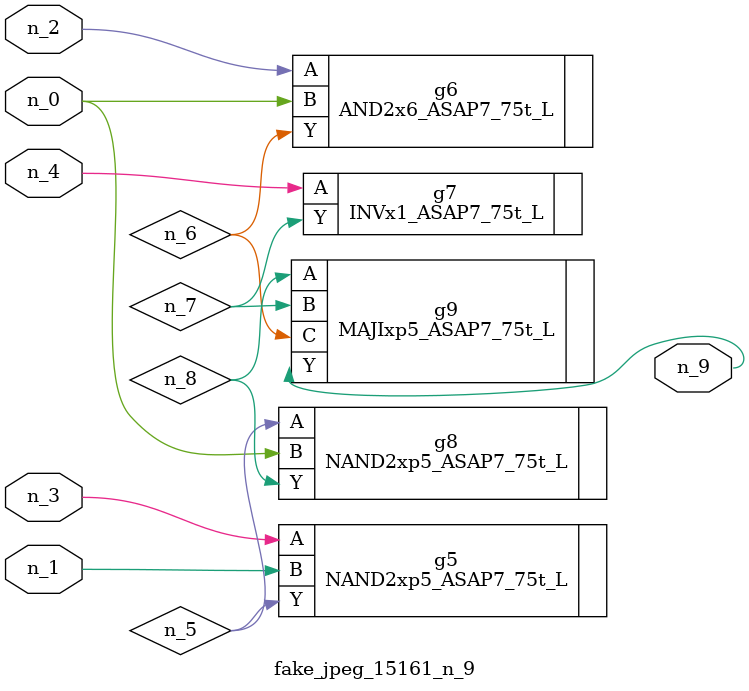
<source format=v>
module fake_jpeg_15161_n_9 (n_3, n_2, n_1, n_0, n_4, n_9);

input n_3;
input n_2;
input n_1;
input n_0;
input n_4;

output n_9;

wire n_8;
wire n_6;
wire n_5;
wire n_7;

NAND2xp5_ASAP7_75t_L g5 ( 
.A(n_3),
.B(n_1),
.Y(n_5)
);

AND2x6_ASAP7_75t_L g6 ( 
.A(n_2),
.B(n_0),
.Y(n_6)
);

INVx1_ASAP7_75t_L g7 ( 
.A(n_4),
.Y(n_7)
);

NAND2xp5_ASAP7_75t_L g8 ( 
.A(n_5),
.B(n_0),
.Y(n_8)
);

MAJIxp5_ASAP7_75t_L g9 ( 
.A(n_8),
.B(n_7),
.C(n_6),
.Y(n_9)
);


endmodule
</source>
